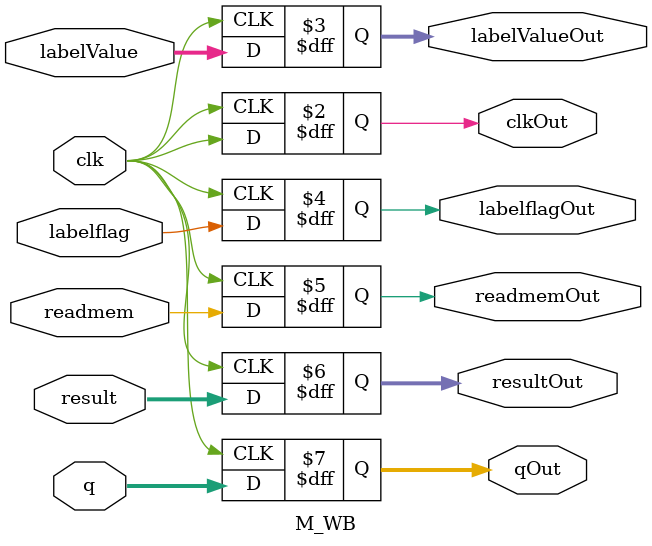
<source format=sv>
module M_WB(

input clk,
input [7:0] labelValue,
input labelflag,
input readmem,
input [7:0] result,
input [7:0] q,

output clkOut,
output [7:0] labelValueOut,
output labelflagOut,
output readmemOut,
output [7:0] resultOut,
output [7:0] qOut



);

always @ (posedge clk)
begin

clkOut = clk;
labelValueOut = labelValue;
labelflagOut = labelflag;
readmemOut = readmem;
resultOut = result;
qOut = q;

end


endmodule
</source>
